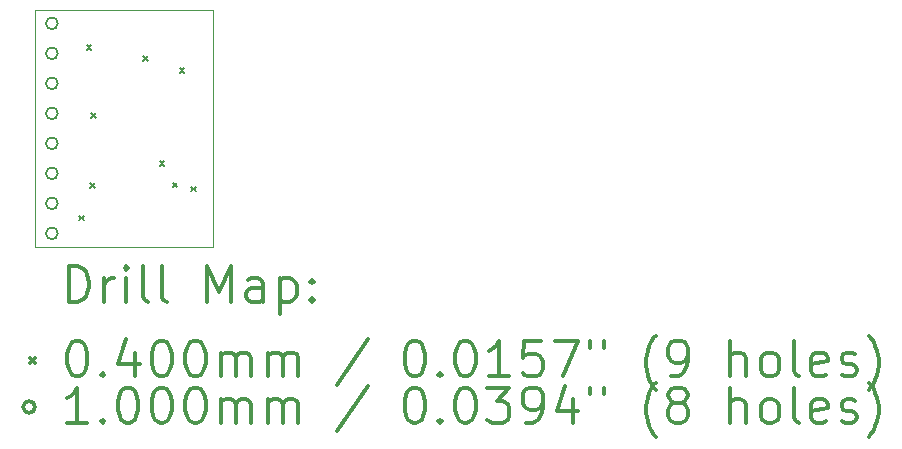
<source format=gbr>
%FSLAX45Y45*%
G04 Gerber Fmt 4.5, Leading zero omitted, Abs format (unit mm)*
G04 Created by KiCad (PCBNEW (5.1.12)-1) date 2022-10-01 18:20:31*
%MOMM*%
%LPD*%
G01*
G04 APERTURE LIST*
%TA.AperFunction,Profile*%
%ADD10C,0.050000*%
%TD*%
%ADD11C,0.200000*%
%ADD12C,0.300000*%
G04 APERTURE END LIST*
D10*
X0Y0D02*
X0Y-2000000D01*
X1500000Y0D02*
X0Y0D01*
X1500000Y-2000000D02*
X1500000Y0D01*
X0Y-2000000D02*
X1500000Y-2000000D01*
D11*
X372000Y-1738000D02*
X412000Y-1778000D01*
X412000Y-1738000D02*
X372000Y-1778000D01*
X435000Y-297000D02*
X475000Y-337000D01*
X475000Y-297000D02*
X435000Y-337000D01*
X462000Y-1463000D02*
X502000Y-1503000D01*
X502000Y-1463000D02*
X462000Y-1503000D01*
X471000Y-871000D02*
X511000Y-911000D01*
X511000Y-871000D02*
X471000Y-911000D01*
X915000Y-391000D02*
X955000Y-431000D01*
X955000Y-391000D02*
X915000Y-431000D01*
X1053000Y-1278000D02*
X1093000Y-1318000D01*
X1093000Y-1278000D02*
X1053000Y-1318000D01*
X1162000Y-1459000D02*
X1202000Y-1499000D01*
X1202000Y-1459000D02*
X1162000Y-1499000D01*
X1222000Y-490000D02*
X1262000Y-530000D01*
X1262000Y-490000D02*
X1222000Y-530000D01*
X1319000Y-1493000D02*
X1359000Y-1533000D01*
X1359000Y-1493000D02*
X1319000Y-1533000D01*
X190000Y-110000D02*
G75*
G03*
X190000Y-110000I-50000J0D01*
G01*
X190000Y-364000D02*
G75*
G03*
X190000Y-364000I-50000J0D01*
G01*
X190000Y-618000D02*
G75*
G03*
X190000Y-618000I-50000J0D01*
G01*
X190000Y-872000D02*
G75*
G03*
X190000Y-872000I-50000J0D01*
G01*
X190000Y-1126000D02*
G75*
G03*
X190000Y-1126000I-50000J0D01*
G01*
X190000Y-1380000D02*
G75*
G03*
X190000Y-1380000I-50000J0D01*
G01*
X190000Y-1634000D02*
G75*
G03*
X190000Y-1634000I-50000J0D01*
G01*
X190000Y-1888000D02*
G75*
G03*
X190000Y-1888000I-50000J0D01*
G01*
D12*
X283928Y-2468214D02*
X283928Y-2168214D01*
X355357Y-2168214D01*
X398214Y-2182500D01*
X426786Y-2211072D01*
X441071Y-2239643D01*
X455357Y-2296786D01*
X455357Y-2339643D01*
X441071Y-2396786D01*
X426786Y-2425357D01*
X398214Y-2453929D01*
X355357Y-2468214D01*
X283928Y-2468214D01*
X583928Y-2468214D02*
X583928Y-2268214D01*
X583928Y-2325357D02*
X598214Y-2296786D01*
X612500Y-2282500D01*
X641071Y-2268214D01*
X669643Y-2268214D01*
X769643Y-2468214D02*
X769643Y-2268214D01*
X769643Y-2168214D02*
X755357Y-2182500D01*
X769643Y-2196786D01*
X783928Y-2182500D01*
X769643Y-2168214D01*
X769643Y-2196786D01*
X955357Y-2468214D02*
X926786Y-2453929D01*
X912500Y-2425357D01*
X912500Y-2168214D01*
X1112500Y-2468214D02*
X1083928Y-2453929D01*
X1069643Y-2425357D01*
X1069643Y-2168214D01*
X1455357Y-2468214D02*
X1455357Y-2168214D01*
X1555357Y-2382500D01*
X1655357Y-2168214D01*
X1655357Y-2468214D01*
X1926786Y-2468214D02*
X1926786Y-2311072D01*
X1912500Y-2282500D01*
X1883928Y-2268214D01*
X1826786Y-2268214D01*
X1798214Y-2282500D01*
X1926786Y-2453929D02*
X1898214Y-2468214D01*
X1826786Y-2468214D01*
X1798214Y-2453929D01*
X1783928Y-2425357D01*
X1783928Y-2396786D01*
X1798214Y-2368214D01*
X1826786Y-2353929D01*
X1898214Y-2353929D01*
X1926786Y-2339643D01*
X2069643Y-2268214D02*
X2069643Y-2568214D01*
X2069643Y-2282500D02*
X2098214Y-2268214D01*
X2155357Y-2268214D01*
X2183928Y-2282500D01*
X2198214Y-2296786D01*
X2212500Y-2325357D01*
X2212500Y-2411072D01*
X2198214Y-2439643D01*
X2183928Y-2453929D01*
X2155357Y-2468214D01*
X2098214Y-2468214D01*
X2069643Y-2453929D01*
X2341071Y-2439643D02*
X2355357Y-2453929D01*
X2341071Y-2468214D01*
X2326786Y-2453929D01*
X2341071Y-2439643D01*
X2341071Y-2468214D01*
X2341071Y-2282500D02*
X2355357Y-2296786D01*
X2341071Y-2311072D01*
X2326786Y-2296786D01*
X2341071Y-2282500D01*
X2341071Y-2311072D01*
X-42500Y-2942500D02*
X-2500Y-2982500D01*
X-2500Y-2942500D02*
X-42500Y-2982500D01*
X341071Y-2798214D02*
X369643Y-2798214D01*
X398214Y-2812500D01*
X412500Y-2826786D01*
X426786Y-2855357D01*
X441071Y-2912500D01*
X441071Y-2983929D01*
X426786Y-3041071D01*
X412500Y-3069643D01*
X398214Y-3083929D01*
X369643Y-3098214D01*
X341071Y-3098214D01*
X312500Y-3083929D01*
X298214Y-3069643D01*
X283928Y-3041071D01*
X269643Y-2983929D01*
X269643Y-2912500D01*
X283928Y-2855357D01*
X298214Y-2826786D01*
X312500Y-2812500D01*
X341071Y-2798214D01*
X569643Y-3069643D02*
X583928Y-3083929D01*
X569643Y-3098214D01*
X555357Y-3083929D01*
X569643Y-3069643D01*
X569643Y-3098214D01*
X841071Y-2898214D02*
X841071Y-3098214D01*
X769643Y-2783929D02*
X698214Y-2998214D01*
X883928Y-2998214D01*
X1055357Y-2798214D02*
X1083928Y-2798214D01*
X1112500Y-2812500D01*
X1126786Y-2826786D01*
X1141071Y-2855357D01*
X1155357Y-2912500D01*
X1155357Y-2983929D01*
X1141071Y-3041071D01*
X1126786Y-3069643D01*
X1112500Y-3083929D01*
X1083928Y-3098214D01*
X1055357Y-3098214D01*
X1026786Y-3083929D01*
X1012500Y-3069643D01*
X998214Y-3041071D01*
X983928Y-2983929D01*
X983928Y-2912500D01*
X998214Y-2855357D01*
X1012500Y-2826786D01*
X1026786Y-2812500D01*
X1055357Y-2798214D01*
X1341071Y-2798214D02*
X1369643Y-2798214D01*
X1398214Y-2812500D01*
X1412500Y-2826786D01*
X1426786Y-2855357D01*
X1441071Y-2912500D01*
X1441071Y-2983929D01*
X1426786Y-3041071D01*
X1412500Y-3069643D01*
X1398214Y-3083929D01*
X1369643Y-3098214D01*
X1341071Y-3098214D01*
X1312500Y-3083929D01*
X1298214Y-3069643D01*
X1283928Y-3041071D01*
X1269643Y-2983929D01*
X1269643Y-2912500D01*
X1283928Y-2855357D01*
X1298214Y-2826786D01*
X1312500Y-2812500D01*
X1341071Y-2798214D01*
X1569643Y-3098214D02*
X1569643Y-2898214D01*
X1569643Y-2926786D02*
X1583928Y-2912500D01*
X1612500Y-2898214D01*
X1655357Y-2898214D01*
X1683928Y-2912500D01*
X1698214Y-2941071D01*
X1698214Y-3098214D01*
X1698214Y-2941071D02*
X1712500Y-2912500D01*
X1741071Y-2898214D01*
X1783928Y-2898214D01*
X1812500Y-2912500D01*
X1826786Y-2941071D01*
X1826786Y-3098214D01*
X1969643Y-3098214D02*
X1969643Y-2898214D01*
X1969643Y-2926786D02*
X1983928Y-2912500D01*
X2012500Y-2898214D01*
X2055357Y-2898214D01*
X2083928Y-2912500D01*
X2098214Y-2941071D01*
X2098214Y-3098214D01*
X2098214Y-2941071D02*
X2112500Y-2912500D01*
X2141071Y-2898214D01*
X2183928Y-2898214D01*
X2212500Y-2912500D01*
X2226786Y-2941071D01*
X2226786Y-3098214D01*
X2812500Y-2783929D02*
X2555357Y-3169643D01*
X3198214Y-2798214D02*
X3226786Y-2798214D01*
X3255357Y-2812500D01*
X3269643Y-2826786D01*
X3283928Y-2855357D01*
X3298214Y-2912500D01*
X3298214Y-2983929D01*
X3283928Y-3041071D01*
X3269643Y-3069643D01*
X3255357Y-3083929D01*
X3226786Y-3098214D01*
X3198214Y-3098214D01*
X3169643Y-3083929D01*
X3155357Y-3069643D01*
X3141071Y-3041071D01*
X3126786Y-2983929D01*
X3126786Y-2912500D01*
X3141071Y-2855357D01*
X3155357Y-2826786D01*
X3169643Y-2812500D01*
X3198214Y-2798214D01*
X3426786Y-3069643D02*
X3441071Y-3083929D01*
X3426786Y-3098214D01*
X3412500Y-3083929D01*
X3426786Y-3069643D01*
X3426786Y-3098214D01*
X3626786Y-2798214D02*
X3655357Y-2798214D01*
X3683928Y-2812500D01*
X3698214Y-2826786D01*
X3712500Y-2855357D01*
X3726786Y-2912500D01*
X3726786Y-2983929D01*
X3712500Y-3041071D01*
X3698214Y-3069643D01*
X3683928Y-3083929D01*
X3655357Y-3098214D01*
X3626786Y-3098214D01*
X3598214Y-3083929D01*
X3583928Y-3069643D01*
X3569643Y-3041071D01*
X3555357Y-2983929D01*
X3555357Y-2912500D01*
X3569643Y-2855357D01*
X3583928Y-2826786D01*
X3598214Y-2812500D01*
X3626786Y-2798214D01*
X4012500Y-3098214D02*
X3841071Y-3098214D01*
X3926786Y-3098214D02*
X3926786Y-2798214D01*
X3898214Y-2841071D01*
X3869643Y-2869643D01*
X3841071Y-2883929D01*
X4283928Y-2798214D02*
X4141071Y-2798214D01*
X4126786Y-2941071D01*
X4141071Y-2926786D01*
X4169643Y-2912500D01*
X4241071Y-2912500D01*
X4269643Y-2926786D01*
X4283928Y-2941071D01*
X4298214Y-2969643D01*
X4298214Y-3041071D01*
X4283928Y-3069643D01*
X4269643Y-3083929D01*
X4241071Y-3098214D01*
X4169643Y-3098214D01*
X4141071Y-3083929D01*
X4126786Y-3069643D01*
X4398214Y-2798214D02*
X4598214Y-2798214D01*
X4469643Y-3098214D01*
X4698214Y-2798214D02*
X4698214Y-2855357D01*
X4812500Y-2798214D02*
X4812500Y-2855357D01*
X5255357Y-3212500D02*
X5241071Y-3198214D01*
X5212500Y-3155357D01*
X5198214Y-3126786D01*
X5183928Y-3083929D01*
X5169643Y-3012500D01*
X5169643Y-2955357D01*
X5183928Y-2883929D01*
X5198214Y-2841071D01*
X5212500Y-2812500D01*
X5241071Y-2769643D01*
X5255357Y-2755357D01*
X5383928Y-3098214D02*
X5441071Y-3098214D01*
X5469643Y-3083929D01*
X5483928Y-3069643D01*
X5512500Y-3026786D01*
X5526786Y-2969643D01*
X5526786Y-2855357D01*
X5512500Y-2826786D01*
X5498214Y-2812500D01*
X5469643Y-2798214D01*
X5412500Y-2798214D01*
X5383928Y-2812500D01*
X5369643Y-2826786D01*
X5355357Y-2855357D01*
X5355357Y-2926786D01*
X5369643Y-2955357D01*
X5383928Y-2969643D01*
X5412500Y-2983929D01*
X5469643Y-2983929D01*
X5498214Y-2969643D01*
X5512500Y-2955357D01*
X5526786Y-2926786D01*
X5883928Y-3098214D02*
X5883928Y-2798214D01*
X6012500Y-3098214D02*
X6012500Y-2941071D01*
X5998214Y-2912500D01*
X5969643Y-2898214D01*
X5926786Y-2898214D01*
X5898214Y-2912500D01*
X5883928Y-2926786D01*
X6198214Y-3098214D02*
X6169643Y-3083929D01*
X6155357Y-3069643D01*
X6141071Y-3041071D01*
X6141071Y-2955357D01*
X6155357Y-2926786D01*
X6169643Y-2912500D01*
X6198214Y-2898214D01*
X6241071Y-2898214D01*
X6269643Y-2912500D01*
X6283928Y-2926786D01*
X6298214Y-2955357D01*
X6298214Y-3041071D01*
X6283928Y-3069643D01*
X6269643Y-3083929D01*
X6241071Y-3098214D01*
X6198214Y-3098214D01*
X6469643Y-3098214D02*
X6441071Y-3083929D01*
X6426786Y-3055357D01*
X6426786Y-2798214D01*
X6698214Y-3083929D02*
X6669643Y-3098214D01*
X6612500Y-3098214D01*
X6583928Y-3083929D01*
X6569643Y-3055357D01*
X6569643Y-2941071D01*
X6583928Y-2912500D01*
X6612500Y-2898214D01*
X6669643Y-2898214D01*
X6698214Y-2912500D01*
X6712500Y-2941071D01*
X6712500Y-2969643D01*
X6569643Y-2998214D01*
X6826786Y-3083929D02*
X6855357Y-3098214D01*
X6912500Y-3098214D01*
X6941071Y-3083929D01*
X6955357Y-3055357D01*
X6955357Y-3041071D01*
X6941071Y-3012500D01*
X6912500Y-2998214D01*
X6869643Y-2998214D01*
X6841071Y-2983929D01*
X6826786Y-2955357D01*
X6826786Y-2941071D01*
X6841071Y-2912500D01*
X6869643Y-2898214D01*
X6912500Y-2898214D01*
X6941071Y-2912500D01*
X7055357Y-3212500D02*
X7069643Y-3198214D01*
X7098214Y-3155357D01*
X7112500Y-3126786D01*
X7126786Y-3083929D01*
X7141071Y-3012500D01*
X7141071Y-2955357D01*
X7126786Y-2883929D01*
X7112500Y-2841071D01*
X7098214Y-2812500D01*
X7069643Y-2769643D01*
X7055357Y-2755357D01*
X-2500Y-3358500D02*
G75*
G03*
X-2500Y-3358500I-50000J0D01*
G01*
X441071Y-3494214D02*
X269643Y-3494214D01*
X355357Y-3494214D02*
X355357Y-3194214D01*
X326786Y-3237071D01*
X298214Y-3265643D01*
X269643Y-3279929D01*
X569643Y-3465643D02*
X583928Y-3479929D01*
X569643Y-3494214D01*
X555357Y-3479929D01*
X569643Y-3465643D01*
X569643Y-3494214D01*
X769643Y-3194214D02*
X798214Y-3194214D01*
X826786Y-3208500D01*
X841071Y-3222786D01*
X855357Y-3251357D01*
X869643Y-3308500D01*
X869643Y-3379929D01*
X855357Y-3437071D01*
X841071Y-3465643D01*
X826786Y-3479929D01*
X798214Y-3494214D01*
X769643Y-3494214D01*
X741071Y-3479929D01*
X726786Y-3465643D01*
X712500Y-3437071D01*
X698214Y-3379929D01*
X698214Y-3308500D01*
X712500Y-3251357D01*
X726786Y-3222786D01*
X741071Y-3208500D01*
X769643Y-3194214D01*
X1055357Y-3194214D02*
X1083928Y-3194214D01*
X1112500Y-3208500D01*
X1126786Y-3222786D01*
X1141071Y-3251357D01*
X1155357Y-3308500D01*
X1155357Y-3379929D01*
X1141071Y-3437071D01*
X1126786Y-3465643D01*
X1112500Y-3479929D01*
X1083928Y-3494214D01*
X1055357Y-3494214D01*
X1026786Y-3479929D01*
X1012500Y-3465643D01*
X998214Y-3437071D01*
X983928Y-3379929D01*
X983928Y-3308500D01*
X998214Y-3251357D01*
X1012500Y-3222786D01*
X1026786Y-3208500D01*
X1055357Y-3194214D01*
X1341071Y-3194214D02*
X1369643Y-3194214D01*
X1398214Y-3208500D01*
X1412500Y-3222786D01*
X1426786Y-3251357D01*
X1441071Y-3308500D01*
X1441071Y-3379929D01*
X1426786Y-3437071D01*
X1412500Y-3465643D01*
X1398214Y-3479929D01*
X1369643Y-3494214D01*
X1341071Y-3494214D01*
X1312500Y-3479929D01*
X1298214Y-3465643D01*
X1283928Y-3437071D01*
X1269643Y-3379929D01*
X1269643Y-3308500D01*
X1283928Y-3251357D01*
X1298214Y-3222786D01*
X1312500Y-3208500D01*
X1341071Y-3194214D01*
X1569643Y-3494214D02*
X1569643Y-3294214D01*
X1569643Y-3322786D02*
X1583928Y-3308500D01*
X1612500Y-3294214D01*
X1655357Y-3294214D01*
X1683928Y-3308500D01*
X1698214Y-3337071D01*
X1698214Y-3494214D01*
X1698214Y-3337071D02*
X1712500Y-3308500D01*
X1741071Y-3294214D01*
X1783928Y-3294214D01*
X1812500Y-3308500D01*
X1826786Y-3337071D01*
X1826786Y-3494214D01*
X1969643Y-3494214D02*
X1969643Y-3294214D01*
X1969643Y-3322786D02*
X1983928Y-3308500D01*
X2012500Y-3294214D01*
X2055357Y-3294214D01*
X2083928Y-3308500D01*
X2098214Y-3337071D01*
X2098214Y-3494214D01*
X2098214Y-3337071D02*
X2112500Y-3308500D01*
X2141071Y-3294214D01*
X2183928Y-3294214D01*
X2212500Y-3308500D01*
X2226786Y-3337071D01*
X2226786Y-3494214D01*
X2812500Y-3179929D02*
X2555357Y-3565643D01*
X3198214Y-3194214D02*
X3226786Y-3194214D01*
X3255357Y-3208500D01*
X3269643Y-3222786D01*
X3283928Y-3251357D01*
X3298214Y-3308500D01*
X3298214Y-3379929D01*
X3283928Y-3437071D01*
X3269643Y-3465643D01*
X3255357Y-3479929D01*
X3226786Y-3494214D01*
X3198214Y-3494214D01*
X3169643Y-3479929D01*
X3155357Y-3465643D01*
X3141071Y-3437071D01*
X3126786Y-3379929D01*
X3126786Y-3308500D01*
X3141071Y-3251357D01*
X3155357Y-3222786D01*
X3169643Y-3208500D01*
X3198214Y-3194214D01*
X3426786Y-3465643D02*
X3441071Y-3479929D01*
X3426786Y-3494214D01*
X3412500Y-3479929D01*
X3426786Y-3465643D01*
X3426786Y-3494214D01*
X3626786Y-3194214D02*
X3655357Y-3194214D01*
X3683928Y-3208500D01*
X3698214Y-3222786D01*
X3712500Y-3251357D01*
X3726786Y-3308500D01*
X3726786Y-3379929D01*
X3712500Y-3437071D01*
X3698214Y-3465643D01*
X3683928Y-3479929D01*
X3655357Y-3494214D01*
X3626786Y-3494214D01*
X3598214Y-3479929D01*
X3583928Y-3465643D01*
X3569643Y-3437071D01*
X3555357Y-3379929D01*
X3555357Y-3308500D01*
X3569643Y-3251357D01*
X3583928Y-3222786D01*
X3598214Y-3208500D01*
X3626786Y-3194214D01*
X3826786Y-3194214D02*
X4012500Y-3194214D01*
X3912500Y-3308500D01*
X3955357Y-3308500D01*
X3983928Y-3322786D01*
X3998214Y-3337071D01*
X4012500Y-3365643D01*
X4012500Y-3437071D01*
X3998214Y-3465643D01*
X3983928Y-3479929D01*
X3955357Y-3494214D01*
X3869643Y-3494214D01*
X3841071Y-3479929D01*
X3826786Y-3465643D01*
X4155357Y-3494214D02*
X4212500Y-3494214D01*
X4241071Y-3479929D01*
X4255357Y-3465643D01*
X4283928Y-3422786D01*
X4298214Y-3365643D01*
X4298214Y-3251357D01*
X4283928Y-3222786D01*
X4269643Y-3208500D01*
X4241071Y-3194214D01*
X4183928Y-3194214D01*
X4155357Y-3208500D01*
X4141071Y-3222786D01*
X4126786Y-3251357D01*
X4126786Y-3322786D01*
X4141071Y-3351357D01*
X4155357Y-3365643D01*
X4183928Y-3379929D01*
X4241071Y-3379929D01*
X4269643Y-3365643D01*
X4283928Y-3351357D01*
X4298214Y-3322786D01*
X4555357Y-3294214D02*
X4555357Y-3494214D01*
X4483928Y-3179929D02*
X4412500Y-3394214D01*
X4598214Y-3394214D01*
X4698214Y-3194214D02*
X4698214Y-3251357D01*
X4812500Y-3194214D02*
X4812500Y-3251357D01*
X5255357Y-3608500D02*
X5241071Y-3594214D01*
X5212500Y-3551357D01*
X5198214Y-3522786D01*
X5183928Y-3479929D01*
X5169643Y-3408500D01*
X5169643Y-3351357D01*
X5183928Y-3279929D01*
X5198214Y-3237071D01*
X5212500Y-3208500D01*
X5241071Y-3165643D01*
X5255357Y-3151357D01*
X5412500Y-3322786D02*
X5383928Y-3308500D01*
X5369643Y-3294214D01*
X5355357Y-3265643D01*
X5355357Y-3251357D01*
X5369643Y-3222786D01*
X5383928Y-3208500D01*
X5412500Y-3194214D01*
X5469643Y-3194214D01*
X5498214Y-3208500D01*
X5512500Y-3222786D01*
X5526786Y-3251357D01*
X5526786Y-3265643D01*
X5512500Y-3294214D01*
X5498214Y-3308500D01*
X5469643Y-3322786D01*
X5412500Y-3322786D01*
X5383928Y-3337071D01*
X5369643Y-3351357D01*
X5355357Y-3379929D01*
X5355357Y-3437071D01*
X5369643Y-3465643D01*
X5383928Y-3479929D01*
X5412500Y-3494214D01*
X5469643Y-3494214D01*
X5498214Y-3479929D01*
X5512500Y-3465643D01*
X5526786Y-3437071D01*
X5526786Y-3379929D01*
X5512500Y-3351357D01*
X5498214Y-3337071D01*
X5469643Y-3322786D01*
X5883928Y-3494214D02*
X5883928Y-3194214D01*
X6012500Y-3494214D02*
X6012500Y-3337071D01*
X5998214Y-3308500D01*
X5969643Y-3294214D01*
X5926786Y-3294214D01*
X5898214Y-3308500D01*
X5883928Y-3322786D01*
X6198214Y-3494214D02*
X6169643Y-3479929D01*
X6155357Y-3465643D01*
X6141071Y-3437071D01*
X6141071Y-3351357D01*
X6155357Y-3322786D01*
X6169643Y-3308500D01*
X6198214Y-3294214D01*
X6241071Y-3294214D01*
X6269643Y-3308500D01*
X6283928Y-3322786D01*
X6298214Y-3351357D01*
X6298214Y-3437071D01*
X6283928Y-3465643D01*
X6269643Y-3479929D01*
X6241071Y-3494214D01*
X6198214Y-3494214D01*
X6469643Y-3494214D02*
X6441071Y-3479929D01*
X6426786Y-3451357D01*
X6426786Y-3194214D01*
X6698214Y-3479929D02*
X6669643Y-3494214D01*
X6612500Y-3494214D01*
X6583928Y-3479929D01*
X6569643Y-3451357D01*
X6569643Y-3337071D01*
X6583928Y-3308500D01*
X6612500Y-3294214D01*
X6669643Y-3294214D01*
X6698214Y-3308500D01*
X6712500Y-3337071D01*
X6712500Y-3365643D01*
X6569643Y-3394214D01*
X6826786Y-3479929D02*
X6855357Y-3494214D01*
X6912500Y-3494214D01*
X6941071Y-3479929D01*
X6955357Y-3451357D01*
X6955357Y-3437071D01*
X6941071Y-3408500D01*
X6912500Y-3394214D01*
X6869643Y-3394214D01*
X6841071Y-3379929D01*
X6826786Y-3351357D01*
X6826786Y-3337071D01*
X6841071Y-3308500D01*
X6869643Y-3294214D01*
X6912500Y-3294214D01*
X6941071Y-3308500D01*
X7055357Y-3608500D02*
X7069643Y-3594214D01*
X7098214Y-3551357D01*
X7112500Y-3522786D01*
X7126786Y-3479929D01*
X7141071Y-3408500D01*
X7141071Y-3351357D01*
X7126786Y-3279929D01*
X7112500Y-3237071D01*
X7098214Y-3208500D01*
X7069643Y-3165643D01*
X7055357Y-3151357D01*
M02*

</source>
